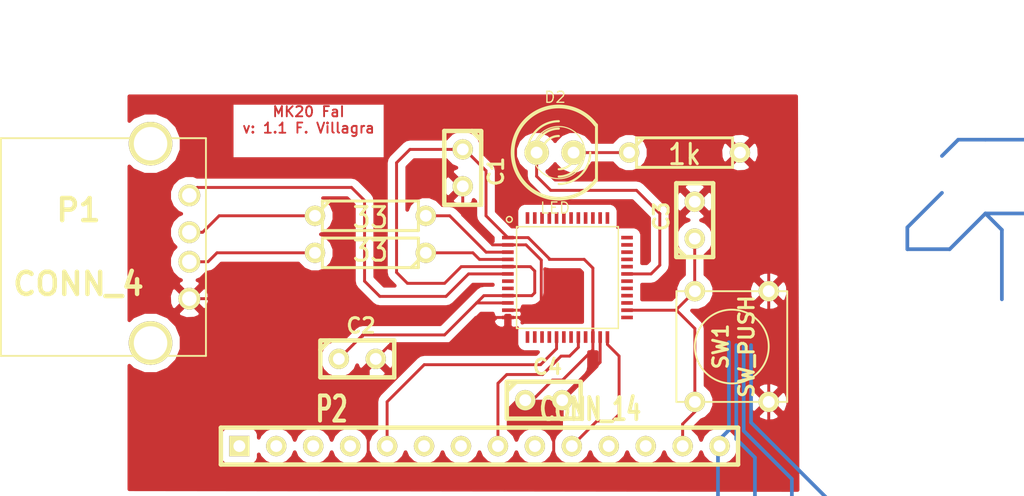
<source format=kicad_pcb>
(kicad_pcb (version 3) (host pcbnew "(25-Oct-2014 BZR 4029)-stable")

  (general
    (links 32)
    (no_connects 0)
    (area 54.082499 133.351642 129.787001 170.077001)
    (thickness 1.6)
    (drawings 11)
    (tracks 156)
    (zones 0)
    (modules 12)
    (nets 14)
  )

  (page A4 portrait)
  (title_block 
    (title "primeros pasos cortex")
    (company FI)
  )

  (layers
    (15 F.Cu signal)
    (0 B.Cu signal hide)
    (16 B.Adhes user hide)
    (17 F.Adhes user hide)
    (18 B.Paste user hide)
    (19 F.Paste user hide)
    (20 B.SilkS user hide)
    (21 F.SilkS user)
    (22 B.Mask user)
    (23 F.Mask user)
    (24 Dwgs.User user)
    (25 Cmts.User user)
    (26 Eco1.User user)
    (27 Eco2.User user)
    (28 Edge.Cuts user)
  )

  (setup
    (last_trace_width 0.2)
    (trace_clearance 0.2)
    (zone_clearance 0.508)
    (zone_45_only no)
    (trace_min 0.2)
    (segment_width 0.2)
    (edge_width 0.1)
    (via_size 0.65)
    (via_drill 0.5)
    (via_min_size 0.5)
    (via_min_drill 0.5)
    (uvia_size 0.45)
    (uvia_drill 0.127)
    (uvias_allowed no)
    (uvia_min_size 0.2)
    (uvia_min_drill 0.12)
    (pcb_text_width 0.3)
    (pcb_text_size 1.5 1.5)
    (mod_edge_width 0.15)
    (mod_text_size 1 1)
    (mod_text_width 0.15)
    (pad_size 1.397 1.397)
    (pad_drill 0.8128)
    (pad_to_mask_clearance 0)
    (aux_axis_origin 0 0)
    (visible_elements 7FFFFFFF)
    (pcbplotparams
      (layerselection 3178497)
      (usegerberextensions true)
      (excludeedgelayer true)
      (linewidth 0.150000)
      (plotframeref false)
      (viasonmask false)
      (mode 1)
      (useauxorigin false)
      (hpglpennumber 1)
      (hpglpenspeed 20)
      (hpglpendiameter 15)
      (hpglpenoverlay 2)
      (psnegative false)
      (psa4output false)
      (plotreference true)
      (plotvalue true)
      (plotothertext true)
      (plotinvisibletext false)
      (padsonsilk false)
      (subtractmaskfromsilk false)
      (outputformat 1)
      (mirror false)
      (drillshape 0)
      (scaleselection 1)
      (outputdirectory ""))
  )

  (net 0 "")
  (net 1 N-000001)
  (net 2 N-0000013)
  (net 3 N-0000014)
  (net 4 N-0000015)
  (net 5 N-0000021)
  (net 6 N-0000023)
  (net 7 N-0000048)
  (net 8 N-0000049)
  (net 9 N-0000050)
  (net 10 N-0000051)
  (net 11 N-0000052)
  (net 12 N-0000053)
  (net 13 N-0000056)

  (net_class Default "This is the default net class."
    (clearance 0.2)
    (trace_width 0.2)
    (via_dia 0.65)
    (via_drill 0.5)
    (uvia_dia 0.45)
    (uvia_drill 0.127)
    (add_net "")
    (add_net N-000001)
    (add_net N-0000013)
    (add_net N-0000014)
    (add_net N-0000015)
    (add_net N-0000021)
    (add_net N-0000023)
    (add_net N-0000048)
    (add_net N-0000049)
    (add_net N-0000050)
    (add_net N-0000051)
    (add_net N-0000052)
    (add_net N-0000053)
    (add_net N-0000056)
  )

  (module USB_A (layer F.Cu) (tedit 55DDF436) (tstamp 55CB3F25)
    (at 67.3 150 180)
    (path /559BB731)
    (fp_text reference P1 (at 7.62 2.54 180) (layer F.SilkS)
      (effects (font (size 1.524 1.524) (thickness 0.3048)))
    )
    (fp_text value CONN_4 (at 7.62 -2.54 180) (layer F.SilkS)
      (effects (font (size 1.524 1.524) (thickness 0.3048)))
    )
    (fp_line (start -1.143 -7.493) (end 12.954 -7.493) (layer F.SilkS) (width 0.127))
    (fp_line (start 12.954 7.493) (end -1.143 7.493) (layer F.SilkS) (width 0.127))
    (fp_line (start -1.143 -7.493) (end -1.143 7.493) (layer F.SilkS) (width 0.127))
    (fp_line (start 12.954 -7.493) (end 12.954 7.493) (layer F.SilkS) (width 0.127))
    (pad 4 thru_hole circle (at 0 -3.556 180) (size 1.50114 1.50114) (drill 1.00076)
      (layers *.Cu *.Mask F.SilkS)
      (net 5 N-0000021)
    )
    (pad 3 thru_hole circle (at 0 -1.016 180) (size 1.50114 1.50114) (drill 1.00076)
      (layers *.Cu *.Mask F.SilkS)
      (net 9 N-0000050)
    )
    (pad 2 thru_hole circle (at 0 1.016 180) (size 1.50114 1.50114) (drill 1.00076)
      (layers *.Cu *.Mask F.SilkS)
      (net 8 N-0000049)
    )
    (pad 1 thru_hole circle (at 0 3.556 180) (size 1.50114 1.50114) (drill 1.00076)
      (layers *.Cu *.Mask F.SilkS)
      (net 1 N-000001)
    )
    (pad 5 thru_hole circle (at 2.667 -6.604 180) (size 2.99974 2.99974) (drill 2.30124)
      (layers *.Cu *.Mask F.SilkS)
    )
    (pad 6 thru_hole circle (at 2.667 7.112 180) (size 2.99974 2.99974) (drill 2.30124)
      (layers *.Cu *.Mask F.SilkS)
    )
    (model connectors/usb_a_through_hole.wrl
      (at (xyz 0 0 0))
      (scale (xyz 1 1 1))
      (rotate (xyz 0 0 0))
    )
  )

  (module SW_PUSH_SMALL (layer F.Cu) (tedit 55DDEDAB) (tstamp 55CB3F32)
    (at 104.6 156.85 90)
    (path /559BB778)
    (fp_text reference SW1 (at 0 -0.762 90) (layer F.SilkS)
      (effects (font (size 1.016 1.016) (thickness 0.2032)))
    )
    (fp_text value SW_PUSH (at 0 1.016 90) (layer F.SilkS)
      (effects (font (size 1.016 1.016) (thickness 0.2032)))
    )
    (fp_circle (center 0 0) (end 0 -2.54) (layer F.SilkS) (width 0.127))
    (fp_line (start -3.81 -3.81) (end 3.81 -3.81) (layer F.SilkS) (width 0.127))
    (fp_line (start 3.81 -3.81) (end 3.81 3.81) (layer F.SilkS) (width 0.127))
    (fp_line (start 3.81 3.81) (end -3.81 3.81) (layer F.SilkS) (width 0.127))
    (fp_line (start -3.81 -3.81) (end -3.81 3.81) (layer F.SilkS) (width 0.127))
    (pad 1 thru_hole circle (at 3.81 -2.54 90) (size 1.397 1.397) (drill 0.8128)
      (layers *.Cu *.Mask F.SilkS)
      (net 4 N-0000015)
    )
    (pad 2 thru_hole circle (at 3.81 2.54 90) (size 1.397 1.397) (drill 0.8128)
      (layers *.Cu *.Mask F.SilkS)
      (net 5 N-0000021)
    )
    (pad 1 thru_hole circle (at -3.81 -2.54 90) (size 1.397 1.397) (drill 0.8128)
      (layers *.Cu *.Mask F.SilkS)
      (net 4 N-0000015)
    )
    (pad 2 thru_hole circle (at -3.81 2.54 90) (size 1.397 1.397) (drill 0.8128)
      (layers *.Cu *.Mask F.SilkS)
      (net 5 N-0000021)
    )
  )

  (module SIL-14 (layer F.Cu) (tedit 55EE1C14) (tstamp 55CB3F48)
    (at 87.25 163.7)
    (descr "Connecteur 14 pins")
    (tags "CONN DEV")
    (path /559BB7A5)
    (fp_text reference P2 (at -10.16 -2.54) (layer F.SilkS)
      (effects (font (size 1.72974 1.08712) (thickness 0.3048)))
    )
    (fp_text value CONN_14 (at 7.62 -2.54) (layer F.SilkS)
      (effects (font (size 1.524 1.016) (thickness 0.3048)))
    )
    (fp_line (start -17.78 -1.27) (end 17.78 -1.27) (layer F.SilkS) (width 0.3048))
    (fp_line (start 17.78 -1.27) (end 17.78 1.27) (layer F.SilkS) (width 0.3048))
    (fp_line (start 17.78 1.27) (end -17.78 1.27) (layer F.SilkS) (width 0.3048))
    (fp_line (start -17.78 1.27) (end -17.78 -1.27) (layer F.SilkS) (width 0.3048))
    (pad 1 thru_hole rect (at -16.51 0) (size 1.397 1.397) (drill 0.8128)
      (layers *.Cu *.Mask F.SilkS)
    )
    (pad 2 thru_hole circle (at -13.97 0) (size 1.397 1.397) (drill 0.8128)
      (layers *.Cu *.Mask F.SilkS)
    )
    (pad 3 thru_hole circle (at -11.43 0) (size 1.397 1.397) (drill 0.8128)
      (layers *.Cu *.Mask F.SilkS)
    )
    (pad 4 thru_hole circle (at -8.89 0) (size 1.397 1.397) (drill 0.8128)
      (layers *.Cu *.Mask F.SilkS)
    )
    (pad 5 thru_hole circle (at -6.35 0) (size 1.397 1.397) (drill 0.8128)
      (layers *.Cu *.Mask F.SilkS)
      (net 10 N-0000051)
    )
    (pad 6 thru_hole circle (at -3.81 0) (size 1.397 1.397) (drill 0.8128)
      (layers *.Cu *.Mask F.SilkS)
    )
    (pad 7 thru_hole circle (at -1.27 0) (size 1.397 1.397) (drill 0.8128)
      (layers *.Cu *.Mask F.SilkS)
    )
    (pad 8 thru_hole circle (at 1.27 0) (size 1.397 1.397) (drill 0.8128)
      (layers *.Cu *.Mask F.SilkS)
      (net 13 N-0000056)
    )
    (pad 9 thru_hole circle (at 3.81 0) (size 1.397 1.397) (drill 0.8128)
      (layers *.Cu *.Mask F.SilkS)
    )
    (pad 10 thru_hole circle (at 6.35 0) (size 1.397 1.397) (drill 0.8128)
      (layers *.Cu *.Mask F.SilkS)
      (net 7 N-0000048)
    )
    (pad 11 thru_hole circle (at 8.89 0) (size 1.397 1.397) (drill 0.8128)
      (layers *.Cu *.Mask F.SilkS)
    )
    (pad 12 thru_hole circle (at 11.43 0) (size 1.397 1.397) (drill 0.8128)
      (layers *.Cu *.Mask F.SilkS)
    )
    (pad 13 thru_hole circle (at 13.97 0) (size 1.397 1.397) (drill 0.8128)
      (layers *.Cu *.Mask F.SilkS)
      (net 4 N-0000015)
    )
    (pad 14 thru_hole circle (at 16.51 0) (size 1.397 1.397) (drill 0.8128)
      (layers *.Cu *.Mask F.SilkS)
    )
  )

  (module R3 (layer F.Cu) (tedit 55DDE9AC) (tstamp 55CB3F56)
    (at 79.75 150.4 180)
    (descr "Resitance 3 pas")
    (tags R)
    (path /559BB7B4)
    (autoplace_cost180 10)
    (fp_text reference R3 (at 0 0.127 180) (layer F.SilkS) hide
      (effects (font (size 1.397 1.27) (thickness 0.2032)))
    )
    (fp_text value 33 (at 0 0.127 180) (layer F.SilkS)
      (effects (font (size 1.397 1.27) (thickness 0.2032)))
    )
    (fp_line (start -3.81 0) (end -3.302 0) (layer F.SilkS) (width 0.2032))
    (fp_line (start 3.81 0) (end 3.302 0) (layer F.SilkS) (width 0.2032))
    (fp_line (start 3.302 0) (end 3.302 -1.016) (layer F.SilkS) (width 0.2032))
    (fp_line (start 3.302 -1.016) (end -3.302 -1.016) (layer F.SilkS) (width 0.2032))
    (fp_line (start -3.302 -1.016) (end -3.302 1.016) (layer F.SilkS) (width 0.2032))
    (fp_line (start -3.302 1.016) (end 3.302 1.016) (layer F.SilkS) (width 0.2032))
    (fp_line (start 3.302 1.016) (end 3.302 0) (layer F.SilkS) (width 0.2032))
    (fp_line (start -3.302 -0.508) (end -2.794 -1.016) (layer F.SilkS) (width 0.2032))
    (pad 1 thru_hole circle (at -3.81 0 180) (size 1.397 1.397) (drill 0.8128)
      (layers *.Cu *.Mask F.SilkS)
      (net 12 N-0000053)
    )
    (pad 2 thru_hole circle (at 3.81 0 180) (size 1.397 1.397) (drill 0.8128)
      (layers *.Cu *.Mask F.SilkS)
      (net 9 N-0000050)
    )
    (model discret/resistor.wrl
      (at (xyz 0 0 0))
      (scale (xyz 0.3 0.3 0.3))
      (rotate (xyz 0 0 0))
    )
  )

  (module R3 (layer F.Cu) (tedit 55DDE836) (tstamp 55CB3F64)
    (at 79.75 147.85)
    (descr "Resitance 3 pas")
    (tags R)
    (path /559BB7C3)
    (autoplace_cost180 10)
    (fp_text reference R2 (at 0 0.127) (layer F.SilkS) hide
      (effects (font (size 1.397 1.27) (thickness 0.2032)))
    )
    (fp_text value 33 (at 0 0.127) (layer F.SilkS)
      (effects (font (size 1.397 1.27) (thickness 0.2032)))
    )
    (fp_line (start -3.81 0) (end -3.302 0) (layer F.SilkS) (width 0.2032))
    (fp_line (start 3.81 0) (end 3.302 0) (layer F.SilkS) (width 0.2032))
    (fp_line (start 3.302 0) (end 3.302 -1.016) (layer F.SilkS) (width 0.2032))
    (fp_line (start 3.302 -1.016) (end -3.302 -1.016) (layer F.SilkS) (width 0.2032))
    (fp_line (start -3.302 -1.016) (end -3.302 1.016) (layer F.SilkS) (width 0.2032))
    (fp_line (start -3.302 1.016) (end 3.302 1.016) (layer F.SilkS) (width 0.2032))
    (fp_line (start 3.302 1.016) (end 3.302 0) (layer F.SilkS) (width 0.2032))
    (fp_line (start -3.302 -0.508) (end -2.794 -1.016) (layer F.SilkS) (width 0.2032))
    (pad 1 thru_hole circle (at -3.81 0) (size 1.397 1.397) (drill 0.8128)
      (layers *.Cu *.Mask F.SilkS)
      (net 8 N-0000049)
    )
    (pad 2 thru_hole circle (at 3.81 0) (size 1.397 1.397) (drill 0.8128)
      (layers *.Cu *.Mask F.SilkS)
      (net 11 N-0000052)
    )
    (model discret/resistor.wrl
      (at (xyz 0 0 0))
      (scale (xyz 0.3 0.3 0.3))
      (rotate (xyz 0 0 0))
    )
  )

  (module R3 (layer F.Cu) (tedit 4E4C0E65) (tstamp 55CB3F72)
    (at 101.35 143.5)
    (descr "Resitance 3 pas")
    (tags R)
    (path /559BBBD1)
    (autoplace_cost180 10)
    (fp_text reference R4 (at 0 0.127) (layer F.SilkS) hide
      (effects (font (size 1.397 1.27) (thickness 0.2032)))
    )
    (fp_text value 1k (at 0 0.127) (layer F.SilkS)
      (effects (font (size 1.397 1.27) (thickness 0.2032)))
    )
    (fp_line (start -3.81 0) (end -3.302 0) (layer F.SilkS) (width 0.2032))
    (fp_line (start 3.81 0) (end 3.302 0) (layer F.SilkS) (width 0.2032))
    (fp_line (start 3.302 0) (end 3.302 -1.016) (layer F.SilkS) (width 0.2032))
    (fp_line (start 3.302 -1.016) (end -3.302 -1.016) (layer F.SilkS) (width 0.2032))
    (fp_line (start -3.302 -1.016) (end -3.302 1.016) (layer F.SilkS) (width 0.2032))
    (fp_line (start -3.302 1.016) (end 3.302 1.016) (layer F.SilkS) (width 0.2032))
    (fp_line (start 3.302 1.016) (end 3.302 0) (layer F.SilkS) (width 0.2032))
    (fp_line (start -3.302 -0.508) (end -2.794 -1.016) (layer F.SilkS) (width 0.2032))
    (pad 1 thru_hole circle (at -3.81 0) (size 1.397 1.397) (drill 0.8128)
      (layers *.Cu *.Mask F.SilkS)
      (net 2 N-0000013)
    )
    (pad 2 thru_hole circle (at 3.81 0) (size 1.397 1.397) (drill 0.8128)
      (layers *.Cu *.Mask F.SilkS)
      (net 5 N-0000021)
    )
    (model discret/resistor.wrl
      (at (xyz 0 0 0))
      (scale (xyz 0.3 0.3 0.3))
      (rotate (xyz 0 0 0))
    )
  )

  (module C1 (layer F.Cu) (tedit 55F02EA9) (tstamp 55CB3FE4)
    (at 86.1 144.55 270)
    (descr "Condensateur e = 1 pas")
    (tags C)
    (path /559BB74B)
    (fp_text reference C1 (at 0.254 -2.286 270) (layer F.SilkS)
      (effects (font (size 1.016 1.016) (thickness 0.2032)))
    )
    (fp_text value 100n (at 0 -2.286 270) (layer F.SilkS) hide
      (effects (font (size 1.016 1.016) (thickness 0.2032)))
    )
    (fp_line (start -2.4892 -1.27) (end 2.54 -1.27) (layer F.SilkS) (width 0.3048))
    (fp_line (start 2.54 -1.27) (end 2.54 1.27) (layer F.SilkS) (width 0.3048))
    (fp_line (start 2.54 1.27) (end -2.54 1.27) (layer F.SilkS) (width 0.3048))
    (fp_line (start -2.54 1.27) (end -2.54 -1.27) (layer F.SilkS) (width 0.3048))
    (fp_line (start -2.54 -0.635) (end -1.905 -1.27) (layer F.SilkS) (width 0.3048))
    (pad 1 thru_hole circle (at -1.27 0 270) (size 1.397 1.397) (drill 0.8128)
      (layers *.Cu *.Mask F.SilkS)
      (net 6 N-0000023)
    )
    (pad 2 thru_hole circle (at 1.27 0 270) (size 1.397 1.397) (drill 0.8128)
      (layers *.Cu *.Mask F.SilkS)
      (net 5 N-0000021)
    )
    (model discret/capa_1_pas.wrl
      (at (xyz 0 0 0))
      (scale (xyz 1 1 1))
      (rotate (xyz 0 0 0))
    )
  )

  (module C1 (layer F.Cu) (tedit 55DDF459) (tstamp 55CB3FEF)
    (at 78.85 157.7)
    (descr "Condensateur e = 1 pas")
    (tags C)
    (path /559BB75A)
    (fp_text reference C2 (at 0.254 -2.286) (layer F.SilkS)
      (effects (font (size 1.016 1.016) (thickness 0.2032)))
    )
    (fp_text value 100n (at 0 -2.286) (layer F.SilkS) hide
      (effects (font (size 1.016 1.016) (thickness 0.2032)))
    )
    (fp_line (start -2.4892 -1.27) (end 2.54 -1.27) (layer F.SilkS) (width 0.3048))
    (fp_line (start 2.54 -1.27) (end 2.54 1.27) (layer F.SilkS) (width 0.3048))
    (fp_line (start 2.54 1.27) (end -2.54 1.27) (layer F.SilkS) (width 0.3048))
    (fp_line (start -2.54 1.27) (end -2.54 -1.27) (layer F.SilkS) (width 0.3048))
    (fp_line (start -2.54 -0.635) (end -1.905 -1.27) (layer F.SilkS) (width 0.3048))
    (pad 1 thru_hole circle (at -1.27 0) (size 1.397 1.397) (drill 0.8128)
      (layers *.Cu *.Mask F.SilkS)
      (net 6 N-0000023)
    )
    (pad 2 thru_hole circle (at 1.27 0) (size 1.397 1.397) (drill 0.8128)
      (layers *.Cu *.Mask F.SilkS)
      (net 5 N-0000021)
    )
    (model discret/capa_1_pas.wrl
      (at (xyz 0 0 0))
      (scale (xyz 1 1 1))
      (rotate (xyz 0 0 0))
    )
  )

  (module C1 (layer F.Cu) (tedit 3F92C496) (tstamp 55CB3FFA)
    (at 102.05 148.15 90)
    (descr "Condensateur e = 1 pas")
    (tags C)
    (path /559BB769)
    (fp_text reference C3 (at 0.254 -2.286 90) (layer F.SilkS)
      (effects (font (size 1.016 1.016) (thickness 0.2032)))
    )
    (fp_text value 100n (at 0 -2.286 90) (layer F.SilkS) hide
      (effects (font (size 1.016 1.016) (thickness 0.2032)))
    )
    (fp_line (start -2.4892 -1.27) (end 2.54 -1.27) (layer F.SilkS) (width 0.3048))
    (fp_line (start 2.54 -1.27) (end 2.54 1.27) (layer F.SilkS) (width 0.3048))
    (fp_line (start 2.54 1.27) (end -2.54 1.27) (layer F.SilkS) (width 0.3048))
    (fp_line (start -2.54 1.27) (end -2.54 -1.27) (layer F.SilkS) (width 0.3048))
    (fp_line (start -2.54 -0.635) (end -1.905 -1.27) (layer F.SilkS) (width 0.3048))
    (pad 1 thru_hole circle (at -1.27 0 90) (size 1.397 1.397) (drill 0.8128)
      (layers *.Cu *.Mask F.SilkS)
      (net 4 N-0000015)
    )
    (pad 2 thru_hole circle (at 1.27 0 90) (size 1.397 1.397) (drill 0.8128)
      (layers *.Cu *.Mask F.SilkS)
      (net 5 N-0000021)
    )
    (model discret/capa_1_pas.wrl
      (at (xyz 0 0 0))
      (scale (xyz 1 1 1))
      (rotate (xyz 0 0 0))
    )
  )

  (module LED-5MM (layer F.Cu) (tedit 55DDEF80) (tstamp 55CB3FD9)
    (at 92.45 143.5)
    (descr "LED 5mm - Lead pitch 100mil (2,54mm)")
    (tags "LED led 5mm 5MM 100mil 2,54mm")
    (path /559BB7D2)
    (fp_text reference D2 (at 0 -3.81) (layer F.SilkS)
      (effects (font (size 0.762 0.762) (thickness 0.0889)))
    )
    (fp_text value LED (at 0 3.81) (layer F.SilkS)
      (effects (font (size 0.762 0.762) (thickness 0.0889)))
    )
    (fp_line (start 2.8448 1.905) (end 2.8448 -1.905) (layer F.SilkS) (width 0.2032))
    (fp_circle (center 0.254 0) (end -1.016 1.27) (layer F.SilkS) (width 0.0762))
    (fp_arc (start 0.254 0) (end 2.794 1.905) (angle 286.2) (layer F.SilkS) (width 0.254))
    (fp_arc (start 0.254 0) (end -0.889 0) (angle 90) (layer F.SilkS) (width 0.1524))
    (fp_arc (start 0.254 0) (end 1.397 0) (angle 90) (layer F.SilkS) (width 0.1524))
    (fp_arc (start 0.254 0) (end -1.397 0) (angle 90) (layer F.SilkS) (width 0.1524))
    (fp_arc (start 0.254 0) (end 1.905 0) (angle 90) (layer F.SilkS) (width 0.1524))
    (fp_arc (start 0.254 0) (end -1.905 0) (angle 90) (layer F.SilkS) (width 0.1524))
    (fp_arc (start 0.254 0) (end 2.413 0) (angle 90) (layer F.SilkS) (width 0.1524))
    (pad 1 thru_hole circle (at -1.27 0) (size 1.6764 1.6764) (drill 0.8128)
      (layers *.Cu *.Mask F.SilkS)
      (net 3 N-0000014)
    )
    (pad 2 thru_hole circle (at 1.27 0) (size 1.6764 1.6764) (drill 0.8128)
      (layers *.Cu *.Mask F.SilkS)
      (net 2 N-0000013)
    )
    (model discret/leds/led5_vertical_verde.wrl
      (at (xyz 0 0 0))
      (scale (xyz 1 1 1))
      (rotate (xyz 0 0 0))
    )
  )

  (module LQFP48 (layer F.Cu) (tedit 562E29CA) (tstamp 55E0F532)
    (at 93.3 152.1)
    (attr smd)
    (fp_text reference LQFP48 (at 0 -0.381) (layer Cmts.User)
      (effects (font (size 0.508 0.508) (thickness 0.1016)))
    )
    (fp_text value Val* (at 0 0.381) (layer Cmts.User) hide
      (effects (font (size 0.508 0.508) (thickness 0.1016)))
    )
    (fp_circle (center -3.99796 -3.99796) (end -3.99796 -4.19862) (layer F.SilkS) (width 0.09906))
    (fp_line (start -3.49758 -3.49758) (end -3.49758 3.49758) (layer F.SilkS) (width 0.09906))
    (fp_line (start -3.49758 3.49758) (end 3.49758 3.49758) (layer F.SilkS) (width 0.09906))
    (fp_line (start 3.49758 3.49758) (end 3.49758 -3.49758) (layer F.SilkS) (width 0.09906))
    (fp_line (start 3.49758 -3.49758) (end -3.49758 -3.49758) (layer F.SilkS) (width 0.09906))
    (pad 12 smd rect (at -4.09702 2.74828) (size 0.8001 0.24892)
      (layers F.Cu F.Paste F.Mask)
      (net 5 N-0000021)
    )
    (pad 11 smd rect (at -4.09702 2.2479) (size 0.8001 0.25146)
      (layers F.Cu F.Paste F.Mask)
      (net 5 N-0000021)
    )
    (pad 10 smd rect (at -4.09702 1.74752) (size 0.8001 0.25146)
      (layers F.Cu F.Paste F.Mask)
      (net 6 N-0000023)
    )
    (pad 9 smd rect (at -4.09702 1.24714) (size 0.8001 0.25146)
      (layers F.Cu F.Paste F.Mask)
      (net 6 N-0000023)
    )
    (pad 8 smd rect (at -4.09702 0.7493) (size 0.8001 0.24892)
      (layers F.Cu F.Paste F.Mask)
    )
    (pad 7 smd rect (at -4.09702 0.24892) (size 0.8001 0.24892)
      (layers F.Cu F.Paste F.Mask)
    )
    (pad 6 smd rect (at -4.09702 -0.24892) (size 0.8001 0.24892)
      (layers F.Cu F.Paste F.Mask)
      (net 1 N-000001)
    )
    (pad 5 smd rect (at -4.09702 -0.7493) (size 0.8001 0.24892)
      (layers F.Cu F.Paste F.Mask)
      (net 6 N-0000023)
    )
    (pad 4 smd rect (at -4.09702 -1.24714) (size 0.8001 0.25146)
      (layers F.Cu F.Paste F.Mask)
      (net 12 N-0000053)
    )
    (pad 3 smd rect (at -4.09702 -1.74752) (size 0.8001 0.25146)
      (layers F.Cu F.Paste F.Mask)
      (net 11 N-0000052)
    )
    (pad 2 smd rect (at -4.09702 -2.2479) (size 0.8001 0.25146)
      (layers F.Cu F.Paste F.Mask)
      (net 5 N-0000021)
    )
    (pad 1 smd rect (at -4.09702 -2.74828) (size 0.8001 0.24892)
      (layers F.Cu F.Paste F.Mask)
      (net 6 N-0000023)
    )
    (pad 48 smd rect (at -2.74828 -4.09702) (size 0.24892 0.8001)
      (layers F.Cu F.Paste F.Mask)
    )
    (pad 47 smd rect (at -2.2479 -4.09702) (size 0.25146 0.8001)
      (layers F.Cu F.Paste F.Mask)
    )
    (pad 46 smd rect (at -1.74752 -4.09702) (size 0.25146 0.8001)
      (layers F.Cu F.Paste F.Mask)
    )
    (pad 45 smd rect (at -1.24714 -4.09702) (size 0.25146 0.8001)
      (layers F.Cu F.Paste F.Mask)
    )
    (pad 44 smd rect (at -0.7493 -4.09702) (size 0.24892 0.8001)
      (layers F.Cu F.Paste F.Mask)
    )
    (pad 43 smd rect (at -0.24892 -4.09702) (size 0.24892 0.8001)
      (layers F.Cu F.Paste F.Mask)
    )
    (pad 42 smd rect (at 0.24892 -4.09702) (size 0.24892 0.8001)
      (layers F.Cu F.Paste F.Mask)
    )
    (pad 41 smd rect (at 0.7493 -4.09702) (size 0.24892 0.8001)
      (layers F.Cu F.Paste F.Mask)
    )
    (pad 40 smd rect (at 1.24714 -4.09702) (size 0.25146 0.8001)
      (layers F.Cu F.Paste F.Mask)
    )
    (pad 39 smd rect (at 1.74752 -4.09702) (size 0.25146 0.8001)
      (layers F.Cu F.Paste F.Mask)
    )
    (pad 38 smd rect (at 2.2479 -4.09702) (size 0.25146 0.8001)
      (layers F.Cu F.Paste F.Mask)
    )
    (pad 37 smd rect (at 2.74828 -4.09702) (size 0.24892 0.8001)
      (layers F.Cu F.Paste F.Mask)
    )
    (pad 25 smd rect (at 4.09702 2.74828) (size 0.8001 0.24892)
      (layers F.Cu F.Paste F.Mask)
    )
    (pad 26 smd rect (at 4.09702 2.2479) (size 0.8001 0.25146)
      (layers F.Cu F.Paste F.Mask)
      (net 4 N-0000015)
    )
    (pad 27 smd rect (at 4.09702 1.74752) (size 0.8001 0.25146)
      (layers F.Cu F.Paste F.Mask)
    )
    (pad 28 smd rect (at 4.09702 1.24714) (size 0.8001 0.25146)
      (layers F.Cu F.Paste F.Mask)
    )
    (pad 29 smd rect (at 4.09702 0.7493) (size 0.8001 0.24892)
      (layers F.Cu F.Paste F.Mask)
    )
    (pad 30 smd rect (at 4.09702 0.24892) (size 0.8001 0.24892)
      (layers F.Cu F.Paste F.Mask)
    )
    (pad 31 smd rect (at 4.09702 -0.24892) (size 0.8001 0.24892)
      (layers F.Cu F.Paste F.Mask)
      (net 3 N-0000014)
    )
    (pad 32 smd rect (at 4.09702 -0.7493) (size 0.8001 0.24892)
      (layers F.Cu F.Paste F.Mask)
    )
    (pad 33 smd rect (at 4.09702 -1.24714) (size 0.8001 0.25146)
      (layers F.Cu F.Paste F.Mask)
    )
    (pad 34 smd rect (at 4.09702 -1.74752) (size 0.8001 0.25146)
      (layers F.Cu F.Paste F.Mask)
    )
    (pad 35 smd rect (at 4.09702 -2.2479) (size 0.8001 0.25146)
      (layers F.Cu F.Paste F.Mask)
    )
    (pad 36 smd rect (at 4.09702 -2.74828) (size 0.8001 0.24892)
      (layers F.Cu F.Paste F.Mask)
    )
    (pad 13 smd rect (at -2.74828 4.09702) (size 0.24892 0.8001)
      (layers F.Cu F.Paste F.Mask)
    )
    (pad 14 smd rect (at -2.2479 4.09702) (size 0.25146 0.8001)
      (layers F.Cu F.Paste F.Mask)
    )
    (pad 15 smd rect (at -1.74752 4.09702) (size 0.25146 0.8001)
      (layers F.Cu F.Paste F.Mask)
    )
    (pad 16 smd rect (at -1.24714 4.09702) (size 0.25146 0.8001)
      (layers F.Cu F.Paste F.Mask)
    )
    (pad 17 smd rect (at -0.7493 4.09702) (size 0.24892 0.8001)
      (layers F.Cu F.Paste F.Mask)
      (net 10 N-0000051)
    )
    (pad 18 smd rect (at -0.24892 4.09702) (size 0.24892 0.8001)
      (layers F.Cu F.Paste F.Mask)
    )
    (pad 19 smd rect (at 0.24892 4.09702) (size 0.24892 0.8001)
      (layers F.Cu F.Paste F.Mask)
    )
    (pad 20 smd rect (at 0.7493 4.09702) (size 0.24892 0.8001)
      (layers F.Cu F.Paste F.Mask)
      (net 13 N-0000056)
    )
    (pad 21 smd rect (at 1.24714 4.09702) (size 0.25146 0.8001)
      (layers F.Cu F.Paste F.Mask)
    )
    (pad 22 smd rect (at 1.74752 4.09702) (size 0.25146 0.8001)
      (layers F.Cu F.Paste F.Mask)
      (net 6 N-0000023)
    )
    (pad 23 smd rect (at 2.2479 4.09702) (size 0.25146 0.8001)
      (layers F.Cu F.Paste F.Mask)
      (net 5 N-0000021)
    )
    (pad 24 smd rect (at 2.74828 4.09702) (size 0.24892 0.8001)
      (layers F.Cu F.Paste F.Mask)
      (net 7 N-0000048)
    )
  )

  (module C1 (layer F.Cu) (tedit 562E2A8A) (tstamp 562E349A)
    (at 91.6686 160.5407)
    (descr "Condensateur e = 1 pas")
    (tags C)
    (fp_text reference C4 (at 0.254 -2.286) (layer F.SilkS)
      (effects (font (size 1.016 1.016) (thickness 0.2032)))
    )
    (fp_text value 100n (at 0 -2.286) (layer F.SilkS) hide
      (effects (font (size 1.016 1.016) (thickness 0.2032)))
    )
    (fp_line (start -2.4892 -1.27) (end 2.54 -1.27) (layer F.SilkS) (width 0.3048))
    (fp_line (start 2.54 -1.27) (end 2.54 1.27) (layer F.SilkS) (width 0.3048))
    (fp_line (start 2.54 1.27) (end -2.54 1.27) (layer F.SilkS) (width 0.3048))
    (fp_line (start -2.54 1.27) (end -2.54 -1.27) (layer F.SilkS) (width 0.3048))
    (fp_line (start -2.54 -0.635) (end -1.905 -1.27) (layer F.SilkS) (width 0.3048))
    (pad 1 thru_hole circle (at -1.27 0) (size 1.397 1.397) (drill 0.8128)
      (layers *.Cu *.Mask F.SilkS)
      (net 6 N-0000023)
    )
    (pad 2 thru_hole circle (at 1.27 0) (size 1.397 1.397) (drill 0.8128)
      (layers *.Cu *.Mask F.SilkS)
      (net 5 N-0000021)
    )
    (model discret/capa_1_pas.wrl
      (at (xyz 0 0 0))
      (scale (xyz 1 1 1))
      (rotate (xyz 0 0 0))
    )
  )

  (dimension 27.551134 (width 0.3) (layer Eco2.User)
    (gr_text 27,551mm (at 118.415224 153.141605 270.5199111) (layer Eco2.User)
      (effects (font (size 1.5 1.5) (thickness 0.3)))
    )
    (feature1 (pts (xy 109.35 167) (xy 119.890168 166.904356)))
    (feature2 (pts (xy 109.1 139.45) (xy 119.640168 139.354356)))
    (crossbar (pts (xy 116.94028 139.378855) (xy 117.19028 166.928855)))
    (arrow1a (pts (xy 117.19028 166.928855) (xy 116.593662 165.807719)))
    (arrow1b (pts (xy 117.19028 166.928855) (xy 117.766454 165.797077)))
    (arrow2a (pts (xy 116.94028 139.378855) (xy 116.364106 140.510633)))
    (arrow2b (pts (xy 116.94028 139.378855) (xy 117.536898 140.499991)))
  )
  (gr_text "MK20 FaI\nv: 1.1 F. Villagra" (at 75.5 141.25) (layer F.Cu)
    (effects (font (size 0.7 0.7) (thickness 0.125)))
  )
  (dimension 46.200108 (width 0.3) (layer Eco2.User)
    (gr_text 46,200mm (at 86.110061 134.851642 359.8759834) (layer Eco2.User)
      (effects (font (size 1.5 1.5) (thickness 0.3)))
    )
    (feature1 (pts (xy 109.2 139.55) (xy 109.212983 133.551646)))
    (feature2 (pts (xy 63 139.45) (xy 63.012983 133.451646)))
    (crossbar (pts (xy 63.007139 136.151639) (xy 109.207139 136.251639)))
    (arrow1a (pts (xy 109.207139 136.251639) (xy 108.079369 136.83562)))
    (arrow1b (pts (xy 109.207139 136.251639) (xy 108.081908 135.662782)))
    (arrow2a (pts (xy 63.007139 136.151639) (xy 64.13237 136.740496)))
    (arrow2b (pts (xy 63.007139 136.151639) (xy 64.134909 135.567658)))
  )
  (gr_line (start 109.25 166.9) (end 109.25 166.95) (angle 90) (layer Cmts.User) (width 0.2))
  (gr_line (start 63.1 166.9) (end 109.25 166.9) (angle 90) (layer Cmts.User) (width 0.2))
  (gr_line (start 109.15 139.5) (end 109.15 139.45) (angle 90) (layer Cmts.User) (width 0.2))
  (gr_line (start 63.1 139.5) (end 109.15 139.5) (angle 90) (layer Cmts.User) (width 0.2))
  (gr_line (start 109.15 166.95) (end 109.15 167) (angle 90) (layer Cmts.User) (width 0.2))
  (gr_line (start 109.15 139.3) (end 109.15 166.95) (angle 90) (layer Cmts.User) (width 0.2))
  (gr_line (start 63.05 167.05) (end 63.05 139.3) (angle 90) (layer Cmts.User) (width 0.2))
  (gr_line (start 63.35 167) (end 63 167) (angle 90) (layer Cmts.User) (width 0.2))

  (segment (start 103.65 163.35) (end 104.4 162.6) (width 0.254) (layer B.Cu) (net 0) (tstamp 55CB4574))
  (segment (start 104.4 162.6) (end 104.4 156.55) (width 0.254) (layer B.Cu) (net 0) (tstamp 55CB457B))
  (segment (start 103.65 169.95) (end 103.65 163.35) (width 0.254) (layer B.Cu) (net 0))
  (segment (start 108.73 165.963996) (end 105.416004 162.65) (width 0.254) (layer B.Cu) (net 0) (tstamp 55CB45B1))
  (segment (start 105.416004 162.65) (end 105.416004 156.75) (width 0.254) (layer B.Cu) (net 0) (tstamp 55CB45BB))
  (segment (start 108.73 169.95) (end 108.73 165.963996) (width 0.254) (layer B.Cu) (net 0))
  (segment (start 123.17 153.6) (end 123.17 148.82) (width 0.254) (layer B.Cu) (net 0))
  (segment (start 119.58 150.15) (end 122.04 147.69) (width 0.254) (layer B.Cu) (net 0) (tstamp 55CB4308))
  (segment (start 116.67 150.15) (end 119.58 150.15) (width 0.254) (layer B.Cu) (net 0))
  (segment (start 122.04 147.69) (end 129.66 147.69) (width 0.254) (layer B.Cu) (net 0))
  (segment (start 116.67 150.15) (end 116.67 148.65) (width 0.254) (layer B.Cu) (net 0))
  (segment (start 123.17 148.82) (end 122.04 147.69) (width 0.254) (layer B.Cu) (net 0) (tstamp 55CB5AA4))
  (segment (start 116.67 148.65) (end 119.05 146.27) (width 0.254) (layer B.Cu) (net 0) (tstamp 55CB4496))
  (segment (start 120.17 142.61) (end 119.05 143.73) (width 0.254) (layer B.Cu) (net 0) (tstamp 55CB4469))
  (segment (start 129.66 142.61) (end 122.04 142.61) (width 0.254) (layer B.Cu) (net 0))
  (segment (start 122.04 142.61) (end 120.17 142.61) (width 0.254) (layer B.Cu) (net 0))
  (segment (start 111.27 167.42) (end 105.924006 162.074006) (width 0.254) (layer B.Cu) (net 0) (tstamp 55CB45DA))
  (segment (start 105.924006 162.074006) (end 105.924006 156.75) (width 0.254) (layer B.Cu) (net 0) (tstamp 55CB45DF))
  (segment (start 111.27 169.95) (end 111.27 167.42) (width 0.254) (layer B.Cu) (net 0))
  (segment (start 106.19 164.49) (end 104.908002 163.208002) (width 0.254) (layer B.Cu) (net 0) (tstamp 55CB4587))
  (segment (start 104.908002 163.208002) (end 104.908002 156.75) (width 0.254) (layer B.Cu) (net 0) (tstamp 55CB4592))
  (segment (start 106.19 169.95) (end 106.19 164.49) (width 0.254) (layer B.Cu) (net 0))
  (segment (start 86.49892 151.85108) (end 84.95 153.4) (width 0.2) (layer F.Cu) (net 1) (tstamp 55F02DE0))
  (segment (start 84.95 153.4) (end 80.4 153.4) (width 0.2) (layer F.Cu) (net 1) (tstamp 55F02DE6))
  (segment (start 80.4 153.4) (end 79.35 152.35) (width 0.2) (layer F.Cu) (net 1) (tstamp 55F02DEA))
  (segment (start 79.35 152.35) (end 79.35 146.8) (width 0.2) (layer F.Cu) (net 1) (tstamp 55F02DEB))
  (segment (start 79.35 146.8) (end 78.45 145.9) (width 0.2) (layer F.Cu) (net 1) (tstamp 55F02DFF))
  (segment (start 78.45 145.9) (end 67.844 145.9) (width 0.2) (layer F.Cu) (net 1) (tstamp 55F02E02))
  (segment (start 67.844 145.9) (end 67.3 146.444) (width 0.2) (layer F.Cu) (net 1) (tstamp 55F02E0A))
  (segment (start 89.20298 151.85108) (end 86.49892 151.85108) (width 0.2) (layer F.Cu) (net 1))
  (segment (start 93.72 143.5) (end 97.54 143.5) (width 0.2) (layer F.Cu) (net 2))
  (segment (start 91.18 145.13) (end 92.15 146.1) (width 0.2) (layer F.Cu) (net 3) (tstamp 55E0FC73))
  (segment (start 92.15 146.1) (end 98.05 146.1) (width 0.2) (layer F.Cu) (net 3) (tstamp 55E0FC75))
  (segment (start 98.05 146.1) (end 99.65 147.7) (width 0.2) (layer F.Cu) (net 3) (tstamp 55E0FC77))
  (segment (start 99.65 147.7) (end 99.65 151.25) (width 0.2) (layer F.Cu) (net 3) (tstamp 55E0FC79))
  (segment (start 99.65 151.25) (end 99.04892 151.85108) (width 0.2) (layer F.Cu) (net 3) (tstamp 55E0FC7B))
  (segment (start 99.04892 151.85108) (end 97.39702 151.85108) (width 0.2) (layer F.Cu) (net 3) (tstamp 55E0FC7C))
  (segment (start 91.18 143.5) (end 91.18 145.13) (width 0.2) (layer F.Cu) (net 3))
  (segment (start 100.7521 154.3479) (end 102.06 153.04) (width 0.2) (layer F.Cu) (net 4) (tstamp 55E0FBE9))
  (segment (start 97.39702 154.3479) (end 100.7521 154.3479) (width 0.2) (layer F.Cu) (net 4))
  (segment (start 102.06 155.61) (end 100.85 154.4) (width 0.2) (layer F.Cu) (net 4) (tstamp 55E0FBEE))
  (segment (start 100.85 154.4) (end 100.8042 154.4) (width 0.2) (layer F.Cu) (net 4) (tstamp 55E0FBF0))
  (segment (start 100.8042 154.4) (end 100.7521 154.3479) (width 0.2) (layer F.Cu) (net 4) (tstamp 55E0FBF1))
  (segment (start 102.06 160.66) (end 102.06 155.61) (width 0.2) (layer F.Cu) (net 4))
  (segment (start 102.05 153.03) (end 102.06 153.04) (width 0.2) (layer F.Cu) (net 4) (tstamp 55E0FC27))
  (segment (start 102.05 149.42) (end 102.05 153.03) (width 0.2) (layer F.Cu) (net 4))
  (segment (start 102.06 161.34) (end 101.22 162.18) (width 0.2) (layer F.Cu) (net 4) (tstamp 55EE1C29))
  (segment (start 101.22 162.18) (end 101.22 163.7) (width 0.2) (layer F.Cu) (net 4) (tstamp 55EE1C2A))
  (segment (start 102.06 160.66) (end 102.06 161.34) (width 0.2) (layer F.Cu) (net 4))
  (segment (start 92.9386 160.5407) (end 92.9386 161.6456) (width 0.2) (layer F.Cu) (net 5))
  (segment (start 92.3544 162.2298) (end 92.3544 166) (width 0.2) (layer F.Cu) (net 5) (tstamp 562E34FC))
  (segment (start 92.9386 161.6456) (end 92.3544 162.2298) (width 0.2) (layer F.Cu) (net 5) (tstamp 562E34FB))
  (segment (start 95.5479 156.19702) (end 95.5479 157.9314) (width 0.2) (layer F.Cu) (net 5))
  (segment (start 95.5479 157.9314) (end 92.9386 160.5407) (width 0.2) (layer F.Cu) (net 5) (tstamp 562E34F6))
  (segment (start 88.1521 149.8521) (end 89.20298 149.8521) (width 0.2) (layer F.Cu) (net 5) (tstamp 55E0F8F5))
  (segment (start 86.1 147.8) (end 88.1521 149.8521) (width 0.2) (layer F.Cu) (net 5) (tstamp 55E0F8F3))
  (segment (start 86.1 145.82) (end 86.1 147.8) (width 0.2) (layer F.Cu) (net 5))
  (segment (start 91.1 154.4) (end 91.5 154) (width 0.2) (layer F.Cu) (net 5) (tstamp 55EE1BC6))
  (segment (start 90.65172 154.84828) (end 91.1 154.4) (width 0.2) (layer F.Cu) (net 5) (tstamp 55E0F963))
  (segment (start 91.5 154) (end 91.5 150.9) (width 0.2) (layer F.Cu) (net 5) (tstamp 55E0F964))
  (segment (start 91.5 150.9) (end 90.4521 149.8521) (width 0.2) (layer F.Cu) (net 5) (tstamp 55E0F966))
  (segment (start 90.4521 149.8521) (end 89.20298 149.8521) (width 0.2) (layer F.Cu) (net 5) (tstamp 55E0F968))
  (segment (start 89.20298 154.84828) (end 90.65172 154.84828) (width 0.2) (layer F.Cu) (net 5))
  (segment (start 79.6 158.22) (end 80.12 157.7) (width 0.2) (layer F.Cu) (net 5) (tstamp 55E0FB3D))
  (segment (start 91.4 166) (end 92.3544 166) (width 0.2) (layer F.Cu) (net 5))
  (segment (start 91.4 166) (end 91.35 166) (width 0.2) (layer F.Cu) (net 5) (tstamp 55E0FB39))
  (segment (start 91.35 166) (end 80.25 166) (width 0.2) (layer F.Cu) (net 5) (tstamp 55E0FB40))
  (segment (start 80.25 166) (end 79.6 165.35) (width 0.2) (layer F.Cu) (net 5) (tstamp 55E0FB3B))
  (segment (start 79.6 165.35) (end 79.6 158.22) (width 0.2) (layer F.Cu) (net 5) (tstamp 55E0FB3C))
  (segment (start 107.14 160.66) (end 107.14 153.04) (width 0.2) (layer F.Cu) (net 5))
  (segment (start 105.95 166) (end 107.14 164.81) (width 0.2) (layer F.Cu) (net 5) (tstamp 55E0FC18))
  (segment (start 92.3544 166) (end 105.95 166) (width 0.2) (layer F.Cu) (net 5) (tstamp 562E34FF))
  (segment (start 107.14 164.81) (end 107.14 160.66) (width 0.2) (layer F.Cu) (net 5) (tstamp 55E0FC1A))
  (segment (start 107.14 145.48) (end 105.16 143.5) (width 0.2) (layer F.Cu) (net 5) (tstamp 55E0FC1E))
  (segment (start 107.14 153.04) (end 107.14 145.48) (width 0.2) (layer F.Cu) (net 5))
  (segment (start 105.16 143.77) (end 102.05 146.88) (width 0.2) (layer F.Cu) (net 5) (tstamp 55E0FC22))
  (segment (start 105.16 143.5) (end 105.16 143.77) (width 0.2) (layer F.Cu) (net 5))
  (segment (start 87.00172 154.84828) (end 85.2 156.65) (width 0.2) (layer F.Cu) (net 5) (tstamp 55E0FDAE))
  (segment (start 85.2 156.65) (end 81.17 156.65) (width 0.2) (layer F.Cu) (net 5) (tstamp 55E0FDB0))
  (segment (start 81.17 156.65) (end 80.12 157.7) (width 0.2) (layer F.Cu) (net 5) (tstamp 55E0FDB2))
  (segment (start 89.20298 154.84828) (end 87.00172 154.84828) (width 0.2) (layer F.Cu) (net 5))
  (segment (start 69.156 153.556) (end 75.15 159.55) (width 0.2) (layer F.Cu) (net 5) (tstamp 55E0FDB6))
  (segment (start 75.15 159.55) (end 78.27 159.55) (width 0.2) (layer F.Cu) (net 5) (tstamp 55E0FDB8))
  (segment (start 78.27 159.55) (end 80.12 157.7) (width 0.2) (layer F.Cu) (net 5) (tstamp 55E0FDBA))
  (segment (start 67.3 153.556) (end 69.156 153.556) (width 0.2) (layer F.Cu) (net 5))
  (segment (start 91.1521 154.3479) (end 91.15 154.35) (width 0.2) (layer F.Cu) (net 5) (tstamp 55EE1BC3))
  (segment (start 91.15 154.35) (end 91.1 154.35) (width 0.2) (layer F.Cu) (net 5) (tstamp 55EE1BC4))
  (segment (start 91.1 154.35) (end 91.1 154.4) (width 0.2) (layer F.Cu) (net 5) (tstamp 55EE1BC5))
  (segment (start 89.20298 154.3479) (end 91.1521 154.3479) (width 0.2) (layer F.Cu) (net 5))
  (segment (start 95.04752 156.19702) (end 95.04752 157.07288) (width 0.2) (layer F.Cu) (net 6) (status 400000))
  (segment (start 90.8939 160.5407) (end 90.3986 160.5407) (width 0.2) (layer F.Cu) (net 6) (tstamp 562E3514) (status C00000))
  (segment (start 92.2782 159.1564) (end 90.8939 160.5407) (width 0.2) (layer F.Cu) (net 6) (tstamp 562E3513) (status 800000))
  (segment (start 92.964 159.1564) (end 92.2782 159.1564) (width 0.2) (layer F.Cu) (net 6) (tstamp 562E3511))
  (segment (start 95.04752 157.07288) (end 92.964 159.1564) (width 0.2) (layer F.Cu) (net 6) (tstamp 562E350F))
  (segment (start 89.20298 153.84752) (end 87.05248 153.84752) (width 0.2) (layer F.Cu) (net 6))
  (segment (start 87.55286 153.34714) (end 87.05248 153.84752) (width 0.2) (layer F.Cu) (net 6) (tstamp 55E0FD47))
  (segment (start 89.20298 153.34714) (end 87.55286 153.34714) (width 0.2) (layer F.Cu) (net 6))
  (segment (start 79.2 156.08) (end 77.58 157.7) (width 0.2) (layer F.Cu) (net 6) (tstamp 55E0FDAC))
  (segment (start 79.23 156.05) (end 79.2 156.08) (width 0.2) (layer F.Cu) (net 6) (tstamp 55E0FD42))
  (segment (start 79.2 156.15) (end 79.2 156.08) (width 0.2) (layer F.Cu) (net 6) (tstamp 55E0FDAB))
  (segment (start 79.2 156.08) (end 79.2 156.15) (width 0.2) (layer F.Cu) (net 6) (tstamp 55E0FDAA))
  (segment (start 79.23 156.05) (end 79.2 156.08) (width 0.2) (layer F.Cu) (net 6) (tstamp 55E0FDA9))
  (segment (start 84.85 156.05) (end 87.05248 153.84752) (width 0.2) (layer F.Cu) (net 6) (tstamp 55E0FD3E))
  (segment (start 79.23 156.05) (end 84.85 156.05) (width 0.2) (layer F.Cu) (net 6))
  (segment (start 90.7493 151.3507) (end 91.05 151.6514) (width 0.2) (layer F.Cu) (net 6) (tstamp 55EE1C02))
  (segment (start 91.05 151.6514) (end 91.05 153.15) (width 0.2) (layer F.Cu) (net 6) (tstamp 55EE1C03))
  (segment (start 91.05 153.15) (end 90.85286 153.34714) (width 0.2) (layer F.Cu) (net 6) (tstamp 55EE1C04))
  (segment (start 90.85286 153.34714) (end 89.20298 153.34714) (width 0.2) (layer F.Cu) (net 6) (tstamp 55EE1C05))
  (segment (start 89.20298 151.3507) (end 90.7493 151.3507) (width 0.2) (layer F.Cu) (net 6))
  (segment (start 90.60172 149.35172) (end 92.05286 150.80286) (width 0.2) (layer F.Cu) (net 6) (tstamp 55E0F754))
  (segment (start 92.05286 150.80286) (end 92.05286 150.85) (width 0.2) (layer F.Cu) (net 6) (tstamp 55E0F756))
  (segment (start 89.20298 149.35172) (end 90.60172 149.35172) (width 0.2) (layer F.Cu) (net 6))
  (segment (start 94.45 150.85) (end 95.04752 151.44752) (width 0.2) (layer F.Cu) (net 6) (tstamp 55E0F75C))
  (segment (start 95.04752 151.44752) (end 95.04752 156.19702) (width 0.2) (layer F.Cu) (net 6) (tstamp 55E0F75D))
  (segment (start 92.05286 150.85) (end 94.45 150.85) (width 0.2) (layer F.Cu) (net 6))
  (segment (start 87.7 147.84874) (end 89.20298 149.35172) (width 0.2) (layer F.Cu) (net 6) (tstamp 55E0FC87))
  (segment (start 87.7 144.75) (end 87.7 147.84874) (width 0.2) (layer F.Cu) (net 6) (tstamp 55E0FC85))
  (segment (start 86.23 143.28) (end 87.7 144.75) (width 0.2) (layer F.Cu) (net 6) (tstamp 55E0FC84))
  (segment (start 86.1 143.28) (end 86.23 143.28) (width 0.2) (layer F.Cu) (net 6))
  (segment (start 85.9993 151.3507) (end 84.85 152.5) (width 0.2) (layer F.Cu) (net 6) (tstamp 55F02F06))
  (segment (start 84.85 152.5) (end 82.3 152.5) (width 0.2) (layer F.Cu) (net 6) (tstamp 55F02F07))
  (segment (start 82.3 152.5) (end 81.55 151.75) (width 0.2) (layer F.Cu) (net 6) (tstamp 55F02F08))
  (segment (start 81.55 151.75) (end 81.55 144.2) (width 0.2) (layer F.Cu) (net 6) (tstamp 55F02F09))
  (segment (start 81.55 144.2) (end 82.47 143.28) (width 0.2) (layer F.Cu) (net 6) (tstamp 55F02F0A))
  (segment (start 82.47 143.28) (end 86.1 143.28) (width 0.2) (layer F.Cu) (net 6) (tstamp 55F02F0C))
  (segment (start 89.20298 151.3507) (end 85.9993 151.3507) (width 0.2) (layer F.Cu) (net 6))
  (segment (start 96.04828 156.19702) (end 96.04828 156.70348) (width 0.2) (layer F.Cu) (net 7))
  (segment (start 95.3242 161.9758) (end 93.6 163.7) (width 0.2) (layer F.Cu) (net 7) (tstamp 562E34AB))
  (segment (start 96.393 161.9758) (end 95.3242 161.9758) (width 0.2) (layer F.Cu) (net 7) (tstamp 562E34AA))
  (segment (start 96.8502 161.5186) (end 96.393 161.9758) (width 0.2) (layer F.Cu) (net 7) (tstamp 562E34A9))
  (segment (start 96.8502 157.5054) (end 96.8502 161.5186) (width 0.2) (layer F.Cu) (net 7) (tstamp 562E34A8))
  (segment (start 96.04828 156.70348) (end 96.8502 157.5054) (width 0.2) (layer F.Cu) (net 7) (tstamp 562E34A7))
  (segment (start 68.216 148.984) (end 69.35 147.85) (width 0.2) (layer F.Cu) (net 8) (tstamp 55EE1A10))
  (segment (start 69.35 147.85) (end 75.94 147.85) (width 0.2) (layer F.Cu) (net 8) (tstamp 55EE1A17))
  (segment (start 67.3 148.984) (end 68.216 148.984) (width 0.2) (layer F.Cu) (net 8))
  (segment (start 68.584 151.016) (end 69.2 150.4) (width 0.2) (layer F.Cu) (net 9) (tstamp 55EE1A76))
  (segment (start 69.2 150.4) (end 75.94 150.4) (width 0.2) (layer F.Cu) (net 9) (tstamp 55EE1A7B))
  (segment (start 67.3 151.016) (end 68.584 151.016) (width 0.2) (layer F.Cu) (net 9))
  (segment (start 92.5507 156.9993) (end 91.45 158.1) (width 0.2) (layer F.Cu) (net 10) (tstamp 55E0F9CE))
  (segment (start 91.45 158.1) (end 83.45 158.1) (width 0.2) (layer F.Cu) (net 10) (tstamp 55E0F9CF))
  (segment (start 83.45 158.1) (end 80.9 160.65) (width 0.2) (layer F.Cu) (net 10) (tstamp 55E0F9D1))
  (segment (start 80.9 160.65) (end 80.9 163.7) (width 0.2) (layer F.Cu) (net 10) (tstamp 55E0F9D3))
  (segment (start 92.5507 156.19702) (end 92.5507 156.9993) (width 0.2) (layer F.Cu) (net 10))
  (segment (start 87.70248 150.35248) (end 85.2 147.85) (width 0.2) (layer F.Cu) (net 11) (tstamp 55EE1A2A))
  (segment (start 85.2 147.85) (end 83.56 147.85) (width 0.2) (layer F.Cu) (net 11) (tstamp 55EE1A35))
  (segment (start 89.20298 150.35248) (end 87.70248 150.35248) (width 0.2) (layer F.Cu) (net 11))
  (segment (start 87.25286 150.85286) (end 86.8 150.4) (width 0.2) (layer F.Cu) (net 12) (tstamp 55EE1A89))
  (segment (start 86.8 150.4) (end 83.56 150.4) (width 0.2) (layer F.Cu) (net 12) (tstamp 55EE1A91))
  (segment (start 89.20298 150.85286) (end 87.25286 150.85286) (width 0.2) (layer F.Cu) (net 12))
  (segment (start 94.0493 156.19702) (end 94.0493 156.9027) (width 0.2) (layer F.Cu) (net 13))
  (segment (start 88.52 159.384) (end 88.52 163.7) (width 0.2) (layer F.Cu) (net 13) (tstamp 562E2BAE))
  (segment (start 89.1286 158.7754) (end 88.52 159.384) (width 0.2) (layer F.Cu) (net 13) (tstamp 562E2BAD))
  (segment (start 91.5924 158.7754) (end 89.1286 158.7754) (width 0.2) (layer F.Cu) (net 13) (tstamp 562E2BAB))
  (segment (start 92.8624 157.5054) (end 91.5924 158.7754) (width 0.2) (layer F.Cu) (net 13) (tstamp 562E2BAA))
  (segment (start 93.4466 157.5054) (end 92.8624 157.5054) (width 0.2) (layer F.Cu) (net 13) (tstamp 562E2BA9))
  (segment (start 94.0493 156.9027) (end 93.4466 157.5054) (width 0.2) (layer F.Cu) (net 13) (tstamp 562E2BA8))

  (zone (net 5) (net_name N-0000021) (layer F.Cu) (tstamp 55EE1D91) (hatch edge 0.508)
    (connect_pads (clearance 0.508))
    (min_thickness 0.254)
    (fill (arc_segments 16) (thermal_gap 0.508) (thermal_bridge_width 0.508))
    (polygon
      (pts
        (xy 63.05 139.5) (xy 109.15 139.5) (xy 109.25 166.85) (xy 63.05 166.8)
      )
    )
    (filled_polygon
      (pts
        (xy 88.168038 149.602463) (xy 88.168025 149.61748) (xy 88.006926 149.61748) (xy 86.854581 148.465135) (xy 85.719723 147.330277)
        (xy 85.481272 147.170949) (xy 85.2 147.115) (xy 84.699152 147.115) (xy 84.691145 147.09562) (xy 84.316353 146.720174)
        (xy 83.826413 146.516733) (xy 83.295914 146.51627) (xy 82.80562 146.718855) (xy 82.430174 147.093647) (xy 82.285 147.443264)
        (xy 82.285 144.504446) (xy 82.774446 144.015) (xy 84.960847 144.015) (xy 84.968855 144.03438) (xy 85.343647 144.409826)
        (xy 85.665122 144.543314) (xy 85.407072 144.650202) (xy 85.345419 144.885814) (xy 86.1 145.640395) (xy 86.114142 145.626252)
        (xy 86.293747 145.805857) (xy 86.279605 145.82) (xy 86.293747 145.834142) (xy 86.114142 146.013747) (xy 86.1 145.999605)
        (xy 85.920395 146.17921) (xy 85.920395 145.82) (xy 85.165814 145.065419) (xy 84.930202 145.127072) (xy 84.754076 145.62748)
        (xy 84.782854 146.157198) (xy 84.930202 146.512928) (xy 85.165814 146.574581) (xy 85.920395 145.82) (xy 85.920395 146.17921)
        (xy 85.345419 146.754186) (xy 85.407072 146.989798) (xy 85.90748 147.165924) (xy 86.437198 147.137146) (xy 86.792928 146.989798)
        (xy 86.85458 146.754188) (xy 86.854581 146.754189) (xy 86.965 146.864608) (xy 86.965 147.84874) (xy 87.020949 148.130012)
        (xy 87.180277 148.368463) (xy 88.16782 149.356006) (xy 88.16782 149.601935) (xy 88.168038 149.602463)
      )
    )
    (filled_polygon
      (pts
        (xy 94.31252 155.16186) (xy 94.295655 155.16186) (xy 94.295131 155.162076) (xy 94.048005 155.16186) (xy 93.799085 155.16186)
        (xy 93.798553 155.162079) (xy 93.547625 155.16186) (xy 93.298705 155.16186) (xy 93.298179 155.162077) (xy 93.049785 155.16186)
        (xy 92.800865 155.16186) (xy 92.800333 155.162079) (xy 92.549405 155.16186) (xy 92.300485 155.16186) (xy 92.299961 155.162076)
        (xy 92.052835 155.16186) (xy 91.801375 155.16186) (xy 91.800849 155.162077) (xy 91.552455 155.16186) (xy 91.300995 155.16186)
        (xy 91.300469 155.162077) (xy 91.052075 155.16186) (xy 90.800615 155.16186) (xy 90.800086 155.162078) (xy 90.550425 155.16186)
        (xy 90.301505 155.16186) (xy 90.193545 155.206467) (xy 90.237919 155.099604) (xy 90.237945 155.069175) (xy 90.07928 154.91051)
        (xy 90.064197 154.91051) (xy 90.141043 154.833798) (xy 90.218805 154.646524) (xy 90.237945 154.627384) (xy 90.23792 154.598725)
        (xy 90.237946 154.569431) (xy 90.218354 154.549839) (xy 90.141043 154.363652) (xy 90.125899 154.348535) (xy 90.141043 154.333418)
        (xy 90.219256 154.145058) (xy 90.237946 154.126368) (xy 90.237921 154.09771) (xy 90.237934 154.08214) (xy 90.85286 154.08214)
        (xy 90.85286 154.082139) (xy 91.134132 154.026191) (xy 91.372583 153.866863) (xy 91.569723 153.669724) (xy 91.569723 153.669723)
        (xy 91.729051 153.431272) (xy 91.784999 153.15) (xy 91.785 153.15) (xy 91.785 151.6514) (xy 91.758988 151.520632)
        (xy 91.771588 151.529051) (xy 92.05286 151.585) (xy 94.145553 151.585) (xy 94.31252 151.751966) (xy 94.31252 155.16186)
      )
    )
    (filled_polygon
      (pts
        (xy 95.31328 158.197273) (xy 93.080277 160.430277) (xy 92.920949 160.668728) (xy 92.865 160.95) (xy 92.865 162.560847)
        (xy 92.84562 162.568855) (xy 92.470174 162.943647) (xy 92.329906 163.281448) (xy 92.191145 162.94562) (xy 91.816353 162.570174)
        (xy 91.326413 162.366733) (xy 90.795914 162.36627) (xy 90.30562 162.568855) (xy 89.930174 162.943647) (xy 89.789906 163.281448)
        (xy 89.651145 162.94562) (xy 89.276353 162.570174) (xy 89.255 162.561307) (xy 89.255 161.184446) (xy 89.804446 160.635)
        (xy 92.4 160.635) (xy 92.4 160.634999) (xy 92.681272 160.579051) (xy 92.919723 160.419723) (xy 94.569023 158.770424)
        (xy 94.569023 158.770423) (xy 94.728351 158.531973) (xy 94.728351 158.531972) (xy 94.737633 158.485306) (xy 94.784299 158.2507)
        (xy 94.7843 158.2507) (xy 94.7843 157.23218) (xy 94.798625 157.23218) (xy 94.79915 157.231962) (xy 95.047545 157.23218)
        (xy 95.296415 157.23218) (xy 95.299005 157.23218) (xy 95.299028 157.23217) (xy 95.31328 157.232117) (xy 95.31328 158.197273)
      )
    )
    (filled_polygon
      (pts
        (xy 109.122534 166.722862) (xy 108.485924 166.722173) (xy 108.485924 160.85252) (xy 108.485924 153.23252) (xy 108.457146 152.702802)
        (xy 108.309798 152.347072) (xy 108.074186 152.285419) (xy 107.894581 152.465024) (xy 107.894581 152.105814) (xy 107.832928 151.870202)
        (xy 107.33252 151.694076) (xy 106.802802 151.722854) (xy 106.505924 151.845824) (xy 106.505924 143.69252) (xy 106.477146 143.162802)
        (xy 106.329798 142.807072) (xy 106.094186 142.745419) (xy 105.914581 142.925024) (xy 105.914581 142.565814) (xy 105.852928 142.330202)
        (xy 105.35252 142.154076) (xy 104.822802 142.182854) (xy 104.467072 142.330202) (xy 104.405419 142.565814) (xy 105.16 143.320395)
        (xy 105.914581 142.565814) (xy 105.914581 142.925024) (xy 105.339605 143.5) (xy 106.094186 144.254581) (xy 106.329798 144.192928)
        (xy 106.505924 143.69252) (xy 106.505924 151.845824) (xy 106.447072 151.870202) (xy 106.385419 152.105814) (xy 107.14 152.860395)
        (xy 107.894581 152.105814) (xy 107.894581 152.465024) (xy 107.319605 153.04) (xy 108.074186 153.794581) (xy 108.309798 153.732928)
        (xy 108.485924 153.23252) (xy 108.485924 160.85252) (xy 108.457146 160.322802) (xy 108.309798 159.967072) (xy 108.074186 159.905419)
        (xy 107.894581 160.085024) (xy 107.894581 159.725814) (xy 107.894581 153.974186) (xy 107.14 153.219605) (xy 106.960395 153.39921)
        (xy 106.960395 153.04) (xy 106.205814 152.285419) (xy 105.970202 152.347072) (xy 105.914581 152.505102) (xy 105.914581 144.434186)
        (xy 105.16 143.679605) (xy 104.980395 143.85921) (xy 104.980395 143.5) (xy 104.225814 142.745419) (xy 103.990202 142.807072)
        (xy 103.814076 143.30748) (xy 103.842854 143.837198) (xy 103.990202 144.192928) (xy 104.225814 144.254581) (xy 104.980395 143.5)
        (xy 104.980395 143.85921) (xy 104.405419 144.434186) (xy 104.467072 144.669798) (xy 104.96748 144.845924) (xy 105.497198 144.817146)
        (xy 105.852928 144.669798) (xy 105.914581 144.434186) (xy 105.914581 152.505102) (xy 105.794076 152.84748) (xy 105.822854 153.377198)
        (xy 105.970202 153.732928) (xy 106.205814 153.794581) (xy 106.960395 153.04) (xy 106.960395 153.39921) (xy 106.385419 153.974186)
        (xy 106.447072 154.209798) (xy 106.94748 154.385924) (xy 107.477198 154.357146) (xy 107.832928 154.209798) (xy 107.894581 153.974186)
        (xy 107.894581 159.725814) (xy 107.832928 159.490202) (xy 107.33252 159.314076) (xy 106.802802 159.342854) (xy 106.447072 159.490202)
        (xy 106.385419 159.725814) (xy 107.14 160.480395) (xy 107.894581 159.725814) (xy 107.894581 160.085024) (xy 107.319605 160.66)
        (xy 108.074186 161.414581) (xy 108.309798 161.352928) (xy 108.485924 160.85252) (xy 108.485924 166.722173) (xy 107.894581 166.721533)
        (xy 107.894581 161.594186) (xy 107.14 160.839605) (xy 106.960395 161.01921) (xy 106.960395 160.66) (xy 106.205814 159.905419)
        (xy 105.970202 159.967072) (xy 105.794076 160.46748) (xy 105.822854 160.997198) (xy 105.970202 161.352928) (xy 106.205814 161.414581)
        (xy 106.960395 160.66) (xy 106.960395 161.01921) (xy 106.385419 161.594186) (xy 106.447072 161.829798) (xy 106.94748 162.005924)
        (xy 107.477198 161.977146) (xy 107.832928 161.829798) (xy 107.894581 161.594186) (xy 107.894581 166.721533) (xy 105.09373 166.718501)
        (xy 105.09373 163.435914) (xy 104.891145 162.94562) (xy 104.516353 162.570174) (xy 104.026413 162.366733) (xy 103.495914 162.36627)
        (xy 103.395924 162.407584) (xy 103.395924 147.07252) (xy 103.367146 146.542802) (xy 103.219798 146.187072) (xy 102.984186 146.125419)
        (xy 102.804581 146.305024) (xy 102.804581 145.945814) (xy 102.742928 145.710202) (xy 102.24252 145.534076) (xy 101.712802 145.562854)
        (xy 101.357072 145.710202) (xy 101.295419 145.945814) (xy 102.05 146.700395) (xy 102.804581 145.945814) (xy 102.804581 146.305024)
        (xy 102.229605 146.88) (xy 102.984186 147.634581) (xy 103.219798 147.572928) (xy 103.395924 147.07252) (xy 103.395924 162.407584)
        (xy 103.00562 162.568855) (xy 102.630174 162.943647) (xy 102.489906 163.281448) (xy 102.351145 162.94562) (xy 101.976353 162.570174)
        (xy 101.955 162.561307) (xy 101.955 162.484446) (xy 102.531361 161.908085) (xy 102.81438 161.791145) (xy 103.189826 161.416353)
        (xy 103.393267 160.926413) (xy 103.39373 160.395914) (xy 103.191145 159.90562) (xy 102.816353 159.530174) (xy 102.795 159.521307)
        (xy 102.795 155.61) (xy 102.748333 155.375393) (xy 102.739051 155.328728) (xy 102.739051 155.328727) (xy 102.579723 155.090277)
        (xy 102.579723 155.090276) (xy 101.862773 154.373327) (xy 102.324086 154.37373) (xy 102.81438 154.171145) (xy 103.189826 153.796353)
        (xy 103.393267 153.306413) (xy 103.39373 152.775914) (xy 103.191145 152.28562) (xy 102.816353 151.910174) (xy 102.785 151.897155)
        (xy 102.785 150.559152) (xy 102.80438 150.551145) (xy 103.179826 150.176353) (xy 103.383267 149.686413) (xy 103.38373 149.155914)
        (xy 103.181145 148.66562) (xy 102.806353 148.290174) (xy 102.484877 148.156685) (xy 102.742928 148.049798) (xy 102.804581 147.814186)
        (xy 102.05 147.059605) (xy 101.870395 147.23921) (xy 101.870395 146.88) (xy 101.115814 146.125419) (xy 100.880202 146.187072)
        (xy 100.704076 146.68748) (xy 100.732854 147.217198) (xy 100.880202 147.572928) (xy 101.115814 147.634581) (xy 101.870395 146.88)
        (xy 101.870395 147.23921) (xy 101.295419 147.814186) (xy 101.357072 148.049798) (xy 101.636316 148.148082) (xy 101.29562 148.288855)
        (xy 100.920174 148.663647) (xy 100.716733 149.153587) (xy 100.71627 149.684086) (xy 100.918855 150.17438) (xy 101.293647 150.549826)
        (xy 101.315 150.558692) (xy 101.315 151.904979) (xy 101.30562 151.908855) (xy 100.930174 152.283647) (xy 100.726733 152.773587)
        (xy 100.72627 153.304086) (xy 100.735099 153.325454) (xy 100.447653 153.6129) (xy 98.43218 153.6129) (xy 98.43218 153.596035)
        (xy 98.431962 153.595509) (xy 98.43218 153.347115) (xy 98.43218 153.095655) (xy 98.431963 153.095131) (xy 98.43218 152.848005)
        (xy 98.43218 152.599085) (xy 98.43196 152.598553) (xy 98.431971 152.58608) (xy 99.04892 152.58608) (xy 99.04892 152.586079)
        (xy 99.330192 152.530131) (xy 99.568643 152.370803) (xy 100.169723 151.769724) (xy 100.169723 151.769723) (xy 100.329051 151.531273)
        (xy 100.329051 151.531272) (xy 100.338333 151.484606) (xy 100.384999 151.25) (xy 100.385 151.25) (xy 100.385 147.7)
        (xy 100.329051 147.418728) (xy 100.32905 147.418727) (xy 100.276181 147.339604) (xy 100.169723 147.180277) (xy 100.169723 147.180276)
        (xy 98.569723 145.580277) (xy 98.331272 145.420949) (xy 98.05 145.365) (xy 92.454446 145.365) (xy 91.915 144.825553)
        (xy 91.915 144.790308) (xy 92.01341 144.749646) (xy 92.428189 144.33559) (xy 92.449775 144.283605) (xy 92.470354 144.33341)
        (xy 92.88441 144.748189) (xy 93.425677 144.972943) (xy 94.011752 144.973454) (xy 94.55341 144.749646) (xy 94.968189 144.33559)
        (xy 95.009957 144.235) (xy 96.400847 144.235) (xy 96.408855 144.25438) (xy 96.783647 144.629826) (xy 97.273587 144.833267)
        (xy 97.804086 144.83373) (xy 98.29438 144.631145) (xy 98.669826 144.256353) (xy 98.873267 143.766413) (xy 98.87373 143.235914)
        (xy 98.671145 142.74562) (xy 98.296353 142.370174) (xy 97.806413 142.166733) (xy 97.275914 142.16627) (xy 96.78562 142.368855)
        (xy 96.410174 142.743647) (xy 96.401307 142.765) (xy 95.010308 142.765) (xy 94.969646 142.66659) (xy 94.55559 142.251811)
        (xy 94.014323 142.027057) (xy 93.428248 142.026546) (xy 92.88659 142.250354) (xy 92.471811 142.66441) (xy 92.450224 142.716394)
        (xy 92.429646 142.66659) (xy 92.01559 142.251811) (xy 91.474323 142.027057) (xy 90.888248 142.026546) (xy 90.34659 142.250354)
        (xy 89.931811 142.66441) (xy 89.707057 143.205677) (xy 89.706546 143.791752) (xy 89.930354 144.33341) (xy 90.34441 144.748189)
        (xy 90.445 144.789957) (xy 90.445 145.13) (xy 90.500949 145.411272) (xy 90.660277 145.649723) (xy 91.630276 146.619723)
        (xy 91.630277 146.619723) (xy 91.868728 146.779051) (xy 92.15 146.835) (xy 97.745553 146.835) (xy 98.915 148.004446)
        (xy 98.915 150.945553) (xy 98.744473 151.11608) (xy 98.43218 151.11608) (xy 98.43218 151.100485) (xy 98.431963 151.099961)
        (xy 98.43218 150.852835) (xy 98.43218 150.601375) (xy 98.431962 150.600849) (xy 98.43218 150.352455) (xy 98.43218 150.100995)
        (xy 98.431962 150.100469) (xy 98.43218 149.852075) (xy 98.43218 149.600615) (xy 98.431961 149.600086) (xy 98.43218 149.350425)
        (xy 98.43218 149.101505) (xy 98.335711 148.868031) (xy 98.157238 148.689247) (xy 97.923934 148.592371) (xy 97.671315 148.59215)
        (xy 96.871215 148.59215) (xy 96.763255 148.636757) (xy 96.807629 148.529894) (xy 96.80785 148.277275) (xy 96.80785 147.477175)
        (xy 96.711381 147.243701) (xy 96.532908 147.064917) (xy 96.299604 146.968041) (xy 96.046985 146.96782) (xy 95.798065 146.96782)
        (xy 95.797536 146.968038) (xy 95.547875 146.96782) (xy 95.296415 146.96782) (xy 95.295889 146.968037) (xy 95.047495 146.96782)
        (xy 94.796035 146.96782) (xy 94.795509 146.968037) (xy 94.547115 146.96782) (xy 94.295655 146.96782) (xy 94.295131 146.968036)
        (xy 94.048005 146.96782) (xy 93.799085 146.96782) (xy 93.798553 146.968039) (xy 93.547625 146.96782) (xy 93.298705 146.96782)
        (xy 93.298179 146.968037) (xy 93.049785 146.96782) (xy 92.800865 146.96782) (xy 92.800333 146.968039) (xy 92.549405 146.96782)
        (xy 92.300485 146.96782) (xy 92.299961 146.968036) (xy 92.052835 146.96782) (xy 91.801375 146.96782) (xy 91.800849 146.968037)
        (xy 91.552455 146.96782) (xy 91.300995 146.96782) (xy 91.300469 146.968037) (xy 91.052075 146.96782) (xy 90.800615 146.96782)
        (xy 90.800086 146.968038) (xy 90.550425 146.96782) (xy 90.301505 146.96782) (xy 90.068031 147.064289) (xy 89.889247 147.242762)
        (xy 89.792371 147.476066) (xy 89.79215 147.728685) (xy 89.79215 148.528785) (xy 89.828483 148.61672) (xy 89.788533 148.61672)
        (xy 89.729894 148.592371) (xy 89.482861 148.592154) (xy 88.435 147.544293) (xy 88.435 144.75) (xy 88.434999 144.749999)
        (xy 88.379051 144.468728) (xy 88.37905 144.468727) (xy 88.326181 144.389604) (xy 88.219723 144.230277) (xy 88.219723 144.230276)
        (xy 87.433356 143.443909) (xy 87.43373 143.015914) (xy 87.231145 142.52562) (xy 86.856353 142.150174) (xy 86.366413 141.946733)
        (xy 85.835914 141.94627) (xy 85.34562 142.148855) (xy 84.970174 142.523647) (xy 84.961307 142.545) (xy 82.47 142.545)
        (xy 82.235393 142.591666) (xy 82.188727 142.600949) (xy 81.950276 142.760277) (xy 81.030277 143.680277) (xy 80.870949 143.918728)
        (xy 80.815 144.2) (xy 80.815 151.75) (xy 80.870949 152.031272) (xy 81.030277 152.269723) (xy 81.425553 152.665)
        (xy 80.788273 152.665) (xy 80.788273 143.9475) (xy 80.788273 140.0775) (xy 70.211728 140.0775) (xy 70.211728 143.9475)
        (xy 80.788273 143.9475) (xy 80.788273 152.665) (xy 80.704446 152.665) (xy 80.085 152.045553) (xy 80.085 146.8)
        (xy 80.029051 146.518728) (xy 79.869723 146.280277) (xy 79.869723 146.280276) (xy 78.969723 145.380277) (xy 78.731272 145.220949)
        (xy 78.45 145.165) (xy 67.844 145.165) (xy 67.836484 145.166495) (xy 67.836482 145.166495) (xy 67.576816 145.058672)
        (xy 67.025602 145.058191) (xy 66.516164 145.268687) (xy 66.126057 145.658113) (xy 65.914672 146.167184) (xy 65.914191 146.718398)
        (xy 66.124687 147.227836) (xy 66.514113 147.617943) (xy 66.745383 147.713975) (xy 66.516164 147.808687) (xy 66.126057 148.198113)
        (xy 65.914672 148.707184) (xy 65.914191 149.258398) (xy 66.124687 149.767836) (xy 66.356508 150.000063) (xy 66.126057 150.230113)
        (xy 65.914672 150.739184) (xy 65.914191 151.290398) (xy 66.124687 151.799836) (xy 66.514113 152.189943) (xy 66.729499 152.279379)
        (xy 66.575736 152.34307) (xy 66.507676 152.58407) (xy 67.3 153.376395) (xy 68.092324 152.58407) (xy 68.024264 152.34307)
        (xy 67.858956 152.284231) (xy 68.083836 152.191313) (xy 68.473943 151.801887) (xy 68.495073 151.751) (xy 68.584 151.751)
        (xy 68.584 151.750999) (xy 68.865272 151.695051) (xy 69.103723 151.535723) (xy 69.504446 151.135) (xy 74.800847 151.135)
        (xy 74.808855 151.15438) (xy 75.183647 151.529826) (xy 75.673587 151.733267) (xy 76.204086 151.73373) (xy 76.69438 151.531145)
        (xy 77.069826 151.156353) (xy 77.273267 150.666413) (xy 77.27373 150.135914) (xy 77.071145 149.64562) (xy 76.696353 149.270174)
        (xy 76.34648 149.124894) (xy 76.69438 148.981145) (xy 77.069826 148.606353) (xy 77.273267 148.116413) (xy 77.27373 147.585914)
        (xy 77.071145 147.09562) (xy 76.696353 146.720174) (xy 76.491231 146.635) (xy 78.145553 146.635) (xy 78.615 147.104446)
        (xy 78.615 152.35) (xy 78.670949 152.631272) (xy 78.830277 152.869723) (xy 79.880276 153.919723) (xy 79.880277 153.919723)
        (xy 80.118728 154.079051) (xy 80.4 154.135) (xy 84.95 154.135) (xy 84.95 154.134999) (xy 85.231272 154.079051)
        (xy 85.469723 153.919723) (xy 86.803366 152.58608) (xy 88.16782 152.58608) (xy 88.16782 152.599135) (xy 88.168039 152.599666)
        (xy 88.168028 152.61214) (xy 87.55286 152.61214) (xy 87.271588 152.668089) (xy 87.033136 152.827417) (xy 86.532759 153.327794)
        (xy 86.532756 153.327797) (xy 84.545553 155.315) (xy 79.23 155.315) (xy 78.995393 155.361666) (xy 78.948727 155.370949)
        (xy 78.710276 155.530277) (xy 78.680279 155.560274) (xy 78.680276 155.560277) (xy 77.865779 156.374774) (xy 77.846413 156.366733)
        (xy 77.315914 156.36627) (xy 76.82562 156.568855) (xy 76.450174 156.943647) (xy 76.246733 157.433587) (xy 76.24627 157.964086)
        (xy 76.448855 158.45438) (xy 76.823647 158.829826) (xy 77.313587 159.033267) (xy 77.844086 159.03373) (xy 78.33438 158.831145)
        (xy 78.709826 158.456353) (xy 78.843314 158.134877) (xy 78.950202 158.392928) (xy 79.185814 158.454581) (xy 79.940395 157.7)
        (xy 79.926252 157.685857) (xy 80.105857 157.506252) (xy 80.12 157.520395) (xy 80.134142 157.506252) (xy 80.313747 157.685857)
        (xy 80.299605 157.7) (xy 81.054186 158.454581) (xy 81.289798 158.392928) (xy 81.465924 157.89252) (xy 81.437146 157.362802)
        (xy 81.289798 157.007072) (xy 81.054188 156.945419) (xy 81.169444 156.830164) (xy 81.12428 156.785) (xy 84.85 156.785)
        (xy 84.85 156.784999) (xy 85.131272 156.729051) (xy 85.369723 156.569723) (xy 87.356926 154.58252) (xy 88.168025 154.58252)
        (xy 88.168039 154.598725) (xy 88.168014 154.627384) (xy 88.187154 154.646524) (xy 88.264917 154.833798) (xy 88.341762 154.91051)
        (xy 88.32668 154.91051) (xy 88.168014 155.069175) (xy 88.168041 155.099604) (xy 88.264917 155.332908) (xy 88.443701 155.511381)
        (xy 88.677175 155.60785) (xy 88.91723 155.60774) (xy 89.07598 155.44899) (xy 89.07598 154.94988) (xy 89.07598 154.91051)
        (xy 89.07598 154.78605) (xy 89.07598 154.72382) (xy 89.32998 154.72382) (xy 89.32998 154.78605) (xy 89.32998 154.91051)
        (xy 89.32998 154.94988) (xy 89.32998 155.44899) (xy 89.48873 155.60774) (xy 89.728785 155.60785) (xy 89.836744 155.563242)
        (xy 89.792371 155.670106) (xy 89.79215 155.922725) (xy 89.79215 156.722825) (xy 89.888619 156.956299) (xy 90.067092 157.135083)
        (xy 90.300396 157.231959) (xy 90.553015 157.23218) (xy 90.801935 157.23218) (xy 90.802463 157.231961) (xy 91.052125 157.23218)
        (xy 91.278373 157.23218) (xy 91.145553 157.365) (xy 83.45 157.365) (xy 83.168728 157.420949) (xy 83.089604 157.473818)
        (xy 82.930276 157.580277) (xy 81.465924 159.044629) (xy 80.874581 159.635972) (xy 80.874581 158.634186) (xy 80.12 157.879605)
        (xy 79.365419 158.634186) (xy 79.427072 158.869798) (xy 79.92748 159.045924) (xy 80.457198 159.017146) (xy 80.812928 158.869798)
        (xy 80.874581 158.634186) (xy 80.874581 159.635972) (xy 80.380277 160.130277) (xy 80.220949 160.368728) (xy 80.165 160.65)
        (xy 80.165 162.560847) (xy 80.14562 162.568855) (xy 79.770174 162.943647) (xy 79.629906 163.281448) (xy 79.491145 162.94562)
        (xy 79.116353 162.570174) (xy 78.626413 162.366733) (xy 78.095914 162.36627) (xy 77.60562 162.568855) (xy 77.230174 162.943647)
        (xy 77.089906 163.281448) (xy 76.951145 162.94562) (xy 76.576353 162.570174) (xy 76.086413 162.366733) (xy 75.555914 162.36627)
        (xy 75.06562 162.568855) (xy 74.690174 162.943647) (xy 74.549906 163.281448) (xy 74.411145 162.94562) (xy 74.036353 162.570174)
        (xy 73.546413 162.366733) (xy 73.015914 162.36627) (xy 72.52562 162.568855) (xy 72.150174 162.943647) (xy 72.07361 163.128033)
        (xy 72.07361 162.875745) (xy 71.977141 162.642271) (xy 71.798668 162.463487) (xy 71.565364 162.366611) (xy 71.312745 162.36639)
        (xy 69.915745 162.36639) (xy 69.682271 162.462859) (xy 69.503487 162.641332) (xy 69.406611 162.874636) (xy 69.40639 163.127255)
        (xy 69.40639 164.524255) (xy 69.502859 164.757729) (xy 69.681332 164.936513) (xy 69.914636 165.033389) (xy 70.167255 165.03361)
        (xy 71.564255 165.03361) (xy 71.797729 164.937141) (xy 71.976513 164.758668) (xy 72.073389 164.525364) (xy 72.07361 164.272745)
        (xy 72.07361 164.272272) (xy 72.148855 164.45438) (xy 72.523647 164.829826) (xy 73.013587 165.033267) (xy 73.544086 165.03373)
        (xy 74.03438 164.831145) (xy 74.409826 164.456353) (xy 74.550093 164.118551) (xy 74.688855 164.45438) (xy 75.063647 164.829826)
        (xy 75.553587 165.033267) (xy 76.084086 165.03373) (xy 76.57438 164.831145) (xy 76.949826 164.456353) (xy 77.090093 164.118551)
        (xy 77.228855 164.45438) (xy 77.603647 164.829826) (xy 78.093587 165.033267) (xy 78.624086 165.03373) (xy 79.11438 164.831145)
        (xy 79.489826 164.456353) (xy 79.630093 164.118551) (xy 79.768855 164.45438) (xy 80.143647 164.829826) (xy 80.633587 165.033267)
        (xy 81.164086 165.03373) (xy 81.65438 164.831145) (xy 82.029826 164.456353) (xy 82.170093 164.118551) (xy 82.308855 164.45438)
        (xy 82.683647 164.829826) (xy 83.173587 165.033267) (xy 83.704086 165.03373) (xy 84.19438 164.831145) (xy 84.569826 164.456353)
        (xy 84.710093 164.118551) (xy 84.848855 164.45438) (xy 85.223647 164.829826) (xy 85.713587 165.033267) (xy 86.244086 165.03373)
        (xy 86.73438 164.831145) (xy 87.109826 164.456353) (xy 87.250093 164.118551) (xy 87.388855 164.45438) (xy 87.763647 164.829826)
        (xy 88.253587 165.033267) (xy 88.784086 165.03373) (xy 89.27438 164.831145) (xy 89.649826 164.456353) (xy 89.790093 164.118551)
        (xy 89.928855 164.45438) (xy 90.303647 164.829826) (xy 90.793587 165.033267) (xy 91.324086 165.03373) (xy 91.81438 164.831145)
        (xy 92.189826 164.456353) (xy 92.330093 164.118551) (xy 92.468855 164.45438) (xy 92.843647 164.829826) (xy 93.333587 165.033267)
        (xy 93.864086 165.03373) (xy 94.35438 164.831145) (xy 94.729826 164.456353) (xy 94.870093 164.118551) (xy 95.008855 164.45438)
        (xy 95.383647 164.829826) (xy 95.873587 165.033267) (xy 96.404086 165.03373) (xy 96.89438 164.831145) (xy 97.269826 164.456353)
        (xy 97.410093 164.118551) (xy 97.548855 164.45438) (xy 97.923647 164.829826) (xy 98.413587 165.033267) (xy 98.944086 165.03373)
        (xy 99.43438 164.831145) (xy 99.809826 164.456353) (xy 99.950093 164.118551) (xy 100.088855 164.45438) (xy 100.463647 164.829826)
        (xy 100.953587 165.033267) (xy 101.484086 165.03373) (xy 101.97438 164.831145) (xy 102.349826 164.456353) (xy 102.490093 164.118551)
        (xy 102.628855 164.45438) (xy 103.003647 164.829826) (xy 103.493587 165.033267) (xy 104.024086 165.03373) (xy 104.51438 164.831145)
        (xy 104.889826 164.456353) (xy 105.093267 163.966413) (xy 105.09373 163.435914) (xy 105.09373 166.718501) (xy 68.697765 166.679111)
        (xy 68.697765 153.760965) (xy 68.669803 153.210461) (xy 68.51293 152.831736) (xy 68.27193 152.763676) (xy 67.479605 153.556)
        (xy 68.27193 154.348324) (xy 68.51293 154.280264) (xy 68.697765 153.760965) (xy 68.697765 166.679111) (xy 68.092324 166.678456)
        (xy 68.092324 154.52793) (xy 67.3 153.735605) (xy 67.120395 153.91521) (xy 67.120395 153.556) (xy 66.32807 152.763676)
        (xy 66.08707 152.831736) (xy 65.902235 153.351035) (xy 65.930197 153.901539) (xy 66.08707 154.280264) (xy 66.32807 154.348324)
        (xy 67.120395 153.556) (xy 67.120395 153.91521) (xy 66.507676 154.52793) (xy 66.575736 154.76893) (xy 67.095035 154.953765)
        (xy 67.645539 154.925803) (xy 68.024264 154.76893) (xy 68.092324 154.52793) (xy 68.092324 166.678456) (xy 63.177 166.673137)
        (xy 63.177 158.167256) (xy 63.422115 158.412799) (xy 64.206485 158.738498) (xy 65.055789 158.739239) (xy 65.840727 158.41491)
        (xy 66.441799 157.814885) (xy 66.767498 157.030515) (xy 66.768239 156.181211) (xy 66.44391 155.396273) (xy 65.843885 154.795201)
        (xy 65.059515 154.469502) (xy 64.210211 154.468761) (xy 63.425273 154.79309) (xy 63.177 155.04093) (xy 63.177 144.451256)
        (xy 63.422115 144.696799) (xy 64.206485 145.022498) (xy 65.055789 145.023239) (xy 65.840727 144.69891) (xy 66.441799 144.098885)
        (xy 66.767498 143.314515) (xy 66.768239 142.465211) (xy 66.44391 141.680273) (xy 65.843885 141.079201) (xy 65.059515 140.753502)
        (xy 64.210211 140.752761) (xy 63.425273 141.07709) (xy 63.177 141.32493) (xy 63.177 139.627) (xy 109.023464 139.627)
        (xy 109.122534 166.722862)
      )
    )
  )
)

</source>
